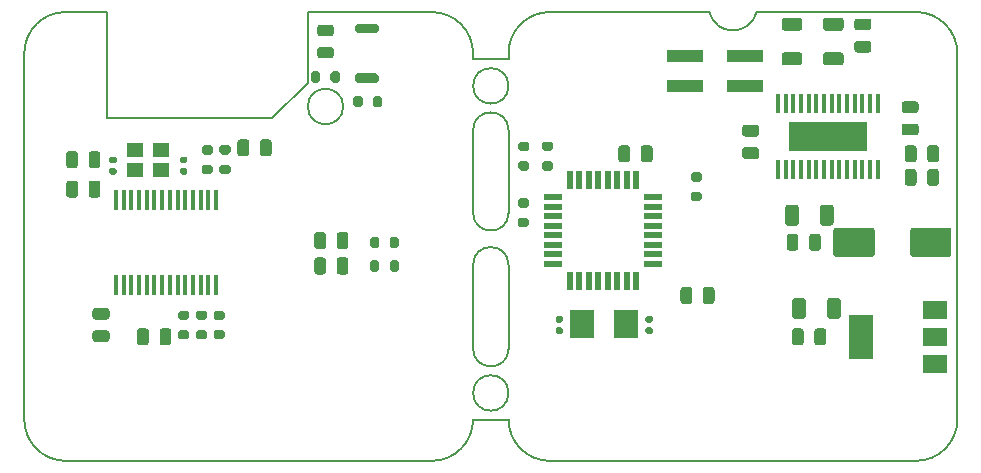
<source format=gbr>
%TF.GenerationSoftware,KiCad,Pcbnew,(5.1.8-0-10_14)*%
%TF.CreationDate,2021-02-10T22:24:42+01:00*%
%TF.ProjectId,ethersweep,65746865-7273-4776-9565-702e6b696361,rev?*%
%TF.SameCoordinates,Original*%
%TF.FileFunction,Paste,Top*%
%TF.FilePolarity,Positive*%
%FSLAX46Y46*%
G04 Gerber Fmt 4.6, Leading zero omitted, Abs format (unit mm)*
G04 Created by KiCad (PCBNEW (5.1.8-0-10_14)) date 2021-02-10 22:24:42*
%MOMM*%
%LPD*%
G01*
G04 APERTURE LIST*
%TA.AperFunction,Profile*%
%ADD10C,0.150000*%
%TD*%
%ADD11C,0.010000*%
%ADD12R,3.150000X1.000000*%
%ADD13R,0.450000X1.750000*%
%ADD14R,0.550000X1.600000*%
%ADD15R,1.600000X0.550000*%
%ADD16R,2.000000X3.800000*%
%ADD17R,2.000000X1.500000*%
%ADD18R,1.400000X1.200000*%
%ADD19R,2.000000X2.400000*%
G04 APERTURE END LIST*
D10*
X163500000Y-98000000D02*
G75*
G02*
X160500000Y-98000000I-1500000J0D01*
G01*
X160500000Y-91000000D02*
G75*
G02*
X163500000Y-91000000I1500000J0D01*
G01*
X163500000Y-98000000D02*
X163500000Y-91000000D01*
X160500000Y-91000000D02*
X160500000Y-98000000D01*
X160500000Y-102400000D02*
G75*
G02*
X163500000Y-102400000I1500000J0D01*
G01*
X160500000Y-102400000D02*
X160500000Y-109500000D01*
X163500000Y-109500000D02*
X163500000Y-102400000D01*
X163500000Y-109500000D02*
G75*
G02*
X160500000Y-109500000I-1500000J0D01*
G01*
X163500000Y-87250000D02*
G75*
G03*
X163500000Y-87250000I-1500000J0D01*
G01*
X163500000Y-113250000D02*
G75*
G03*
X163500000Y-113250000I-1500000J0D01*
G01*
X160500000Y-84500000D02*
X160500000Y-85000000D01*
X163500000Y-84500000D02*
X163500000Y-85000000D01*
X160500000Y-115500000D02*
X163500000Y-115500000D01*
X163500000Y-85000000D02*
X160500000Y-85000000D01*
X149500000Y-89000000D02*
G75*
G03*
X149500000Y-89000000I-1500000J0D01*
G01*
X129500000Y-90000000D02*
X129500000Y-81000000D01*
X126000000Y-81000000D02*
X129500000Y-81000000D01*
X126000000Y-81000000D02*
G75*
G03*
X122500000Y-84500000I0J-3500000D01*
G01*
X146500000Y-81000000D02*
X157000000Y-81000000D01*
X143500000Y-90000000D02*
X129500000Y-90000000D01*
X146500000Y-87000000D02*
X143500000Y-90000000D01*
X146500000Y-81000000D02*
X146500000Y-87000000D01*
X180500000Y-81000000D02*
X167000000Y-81000000D01*
X184500000Y-81000000D02*
X198000000Y-81000000D01*
X184500000Y-81000000D02*
G75*
G02*
X180500000Y-81000000I-2000000J500000D01*
G01*
X163500000Y-84500000D02*
G75*
G02*
X167000000Y-81000000I3500000J0D01*
G01*
X201500000Y-115500000D02*
G75*
G02*
X198000000Y-119000000I-3500000J0D01*
G01*
X167000000Y-119000000D02*
G75*
G02*
X163500000Y-115500000I0J3500000D01*
G01*
X167000000Y-119000000D02*
X198000000Y-119000000D01*
X198000000Y-81000000D02*
G75*
G02*
X201500000Y-84500000I0J-3500000D01*
G01*
X201500000Y-115500000D02*
X201500000Y-84500000D01*
X122500000Y-115500000D02*
X122500000Y-84500000D01*
X160500000Y-84500000D02*
G75*
G03*
X157000000Y-81000000I-3500000J0D01*
G01*
X157000000Y-119000000D02*
G75*
G03*
X160500000Y-115500000I0J3500000D01*
G01*
X122500000Y-115500000D02*
G75*
G03*
X126000000Y-119000000I3500000J0D01*
G01*
X157000000Y-119000000D02*
X126000000Y-119000000D01*
D11*
G36*
X193730000Y-90300000D02*
G01*
X193730000Y-92700000D01*
X187270000Y-92700000D01*
X187270000Y-90300000D01*
X193730000Y-90300000D01*
G37*
X193730000Y-90300000D02*
X193730000Y-92700000D01*
X187270000Y-92700000D01*
X187270000Y-90300000D01*
X193730000Y-90300000D01*
G36*
X194850000Y-87925000D02*
G01*
X194850000Y-89475000D01*
X194600000Y-89475000D01*
X194600000Y-87925000D01*
X194850000Y-87925000D01*
G37*
X194850000Y-87925000D02*
X194850000Y-89475000D01*
X194600000Y-89475000D01*
X194600000Y-87925000D01*
X194850000Y-87925000D01*
G36*
X194850000Y-93525000D02*
G01*
X194850000Y-95075000D01*
X194600000Y-95075000D01*
X194600000Y-93525000D01*
X194850000Y-93525000D01*
G37*
X194850000Y-93525000D02*
X194850000Y-95075000D01*
X194600000Y-95075000D01*
X194600000Y-93525000D01*
X194850000Y-93525000D01*
G36*
X194200000Y-87925000D02*
G01*
X194200000Y-89475000D01*
X193950000Y-89475000D01*
X193950000Y-87925000D01*
X194200000Y-87925000D01*
G37*
X194200000Y-87925000D02*
X194200000Y-89475000D01*
X193950000Y-89475000D01*
X193950000Y-87925000D01*
X194200000Y-87925000D01*
G36*
X194200000Y-93525000D02*
G01*
X194200000Y-95075000D01*
X193950000Y-95075000D01*
X193950000Y-93525000D01*
X194200000Y-93525000D01*
G37*
X194200000Y-93525000D02*
X194200000Y-95075000D01*
X193950000Y-95075000D01*
X193950000Y-93525000D01*
X194200000Y-93525000D01*
G36*
X193550000Y-87925000D02*
G01*
X193550000Y-89475000D01*
X193300000Y-89475000D01*
X193300000Y-87925000D01*
X193550000Y-87925000D01*
G37*
X193550000Y-87925000D02*
X193550000Y-89475000D01*
X193300000Y-89475000D01*
X193300000Y-87925000D01*
X193550000Y-87925000D01*
G36*
X193550000Y-93525000D02*
G01*
X193550000Y-95075000D01*
X193300000Y-95075000D01*
X193300000Y-93525000D01*
X193550000Y-93525000D01*
G37*
X193550000Y-93525000D02*
X193550000Y-95075000D01*
X193300000Y-95075000D01*
X193300000Y-93525000D01*
X193550000Y-93525000D01*
G36*
X192900000Y-87925000D02*
G01*
X192900000Y-89475000D01*
X192650000Y-89475000D01*
X192650000Y-87925000D01*
X192900000Y-87925000D01*
G37*
X192900000Y-87925000D02*
X192900000Y-89475000D01*
X192650000Y-89475000D01*
X192650000Y-87925000D01*
X192900000Y-87925000D01*
G36*
X192900000Y-93525000D02*
G01*
X192900000Y-95075000D01*
X192650000Y-95075000D01*
X192650000Y-93525000D01*
X192900000Y-93525000D01*
G37*
X192900000Y-93525000D02*
X192900000Y-95075000D01*
X192650000Y-95075000D01*
X192650000Y-93525000D01*
X192900000Y-93525000D01*
G36*
X192250000Y-87925000D02*
G01*
X192250000Y-89475000D01*
X192000000Y-89475000D01*
X192000000Y-87925000D01*
X192250000Y-87925000D01*
G37*
X192250000Y-87925000D02*
X192250000Y-89475000D01*
X192000000Y-89475000D01*
X192000000Y-87925000D01*
X192250000Y-87925000D01*
G36*
X192250000Y-93525000D02*
G01*
X192250000Y-95075000D01*
X192000000Y-95075000D01*
X192000000Y-93525000D01*
X192250000Y-93525000D01*
G37*
X192250000Y-93525000D02*
X192250000Y-95075000D01*
X192000000Y-95075000D01*
X192000000Y-93525000D01*
X192250000Y-93525000D01*
G36*
X191600000Y-87925000D02*
G01*
X191600000Y-89475000D01*
X191350000Y-89475000D01*
X191350000Y-87925000D01*
X191600000Y-87925000D01*
G37*
X191600000Y-87925000D02*
X191600000Y-89475000D01*
X191350000Y-89475000D01*
X191350000Y-87925000D01*
X191600000Y-87925000D01*
G36*
X191600000Y-93525000D02*
G01*
X191600000Y-95075000D01*
X191350000Y-95075000D01*
X191350000Y-93525000D01*
X191600000Y-93525000D01*
G37*
X191600000Y-93525000D02*
X191600000Y-95075000D01*
X191350000Y-95075000D01*
X191350000Y-93525000D01*
X191600000Y-93525000D01*
G36*
X190950000Y-87925000D02*
G01*
X190950000Y-89475000D01*
X190700000Y-89475000D01*
X190700000Y-87925000D01*
X190950000Y-87925000D01*
G37*
X190950000Y-87925000D02*
X190950000Y-89475000D01*
X190700000Y-89475000D01*
X190700000Y-87925000D01*
X190950000Y-87925000D01*
G36*
X190950000Y-93525000D02*
G01*
X190950000Y-95075000D01*
X190700000Y-95075000D01*
X190700000Y-93525000D01*
X190950000Y-93525000D01*
G37*
X190950000Y-93525000D02*
X190950000Y-95075000D01*
X190700000Y-95075000D01*
X190700000Y-93525000D01*
X190950000Y-93525000D01*
G36*
X190300000Y-87925000D02*
G01*
X190300000Y-89475000D01*
X190050000Y-89475000D01*
X190050000Y-87925000D01*
X190300000Y-87925000D01*
G37*
X190300000Y-87925000D02*
X190300000Y-89475000D01*
X190050000Y-89475000D01*
X190050000Y-87925000D01*
X190300000Y-87925000D01*
G36*
X189650000Y-87925000D02*
G01*
X189650000Y-89475000D01*
X189400000Y-89475000D01*
X189400000Y-87925000D01*
X189650000Y-87925000D01*
G37*
X189650000Y-87925000D02*
X189650000Y-89475000D01*
X189400000Y-89475000D01*
X189400000Y-87925000D01*
X189650000Y-87925000D01*
G36*
X189000000Y-87925000D02*
G01*
X189000000Y-89475000D01*
X188750000Y-89475000D01*
X188750000Y-87925000D01*
X189000000Y-87925000D01*
G37*
X189000000Y-87925000D02*
X189000000Y-89475000D01*
X188750000Y-89475000D01*
X188750000Y-87925000D01*
X189000000Y-87925000D01*
G36*
X188350000Y-87925000D02*
G01*
X188350000Y-89475000D01*
X188100000Y-89475000D01*
X188100000Y-87925000D01*
X188350000Y-87925000D01*
G37*
X188350000Y-87925000D02*
X188350000Y-89475000D01*
X188100000Y-89475000D01*
X188100000Y-87925000D01*
X188350000Y-87925000D01*
G36*
X187700000Y-87925000D02*
G01*
X187700000Y-89475000D01*
X187450000Y-89475000D01*
X187450000Y-87925000D01*
X187700000Y-87925000D01*
G37*
X187700000Y-87925000D02*
X187700000Y-89475000D01*
X187450000Y-89475000D01*
X187450000Y-87925000D01*
X187700000Y-87925000D01*
G36*
X187050000Y-87925000D02*
G01*
X187050000Y-89475000D01*
X186800000Y-89475000D01*
X186800000Y-87925000D01*
X187050000Y-87925000D01*
G37*
X187050000Y-87925000D02*
X187050000Y-89475000D01*
X186800000Y-89475000D01*
X186800000Y-87925000D01*
X187050000Y-87925000D01*
G36*
X186400000Y-87925000D02*
G01*
X186400000Y-89475000D01*
X186150000Y-89475000D01*
X186150000Y-87925000D01*
X186400000Y-87925000D01*
G37*
X186400000Y-87925000D02*
X186400000Y-89475000D01*
X186150000Y-89475000D01*
X186150000Y-87925000D01*
X186400000Y-87925000D01*
G36*
X190300000Y-93525000D02*
G01*
X190300000Y-95075000D01*
X190050000Y-95075000D01*
X190050000Y-93525000D01*
X190300000Y-93525000D01*
G37*
X190300000Y-93525000D02*
X190300000Y-95075000D01*
X190050000Y-95075000D01*
X190050000Y-93525000D01*
X190300000Y-93525000D01*
G36*
X189650000Y-93525000D02*
G01*
X189650000Y-95075000D01*
X189400000Y-95075000D01*
X189400000Y-93525000D01*
X189650000Y-93525000D01*
G37*
X189650000Y-93525000D02*
X189650000Y-95075000D01*
X189400000Y-95075000D01*
X189400000Y-93525000D01*
X189650000Y-93525000D01*
G36*
X189000000Y-93525000D02*
G01*
X189000000Y-95075000D01*
X188750000Y-95075000D01*
X188750000Y-93525000D01*
X189000000Y-93525000D01*
G37*
X189000000Y-93525000D02*
X189000000Y-95075000D01*
X188750000Y-95075000D01*
X188750000Y-93525000D01*
X189000000Y-93525000D01*
G36*
X188350000Y-93525000D02*
G01*
X188350000Y-95075000D01*
X188100000Y-95075000D01*
X188100000Y-93525000D01*
X188350000Y-93525000D01*
G37*
X188350000Y-93525000D02*
X188350000Y-95075000D01*
X188100000Y-95075000D01*
X188100000Y-93525000D01*
X188350000Y-93525000D01*
G36*
X187700000Y-93525000D02*
G01*
X187700000Y-95075000D01*
X187450000Y-95075000D01*
X187450000Y-93525000D01*
X187700000Y-93525000D01*
G37*
X187700000Y-93525000D02*
X187700000Y-95075000D01*
X187450000Y-95075000D01*
X187450000Y-93525000D01*
X187700000Y-93525000D01*
G36*
X187050000Y-93525000D02*
G01*
X187050000Y-95075000D01*
X186800000Y-95075000D01*
X186800000Y-93525000D01*
X187050000Y-93525000D01*
G37*
X187050000Y-93525000D02*
X187050000Y-95075000D01*
X186800000Y-95075000D01*
X186800000Y-93525000D01*
X187050000Y-93525000D01*
G36*
X186400000Y-93525000D02*
G01*
X186400000Y-95075000D01*
X186150000Y-95075000D01*
X186150000Y-93525000D01*
X186400000Y-93525000D01*
G37*
X186400000Y-93525000D02*
X186400000Y-95075000D01*
X186150000Y-95075000D01*
X186150000Y-93525000D01*
X186400000Y-93525000D01*
G36*
G01*
X174700000Y-93475000D02*
X174700000Y-92525000D01*
G75*
G02*
X174950000Y-92275000I250000J0D01*
G01*
X175450000Y-92275000D01*
G75*
G02*
X175700000Y-92525000I0J-250000D01*
G01*
X175700000Y-93475000D01*
G75*
G02*
X175450000Y-93725000I-250000J0D01*
G01*
X174950000Y-93725000D01*
G75*
G02*
X174700000Y-93475000I0J250000D01*
G01*
G37*
G36*
G01*
X172800000Y-93475000D02*
X172800000Y-92525000D01*
G75*
G02*
X173050000Y-92275000I250000J0D01*
G01*
X173550000Y-92275000D01*
G75*
G02*
X173800000Y-92525000I0J-250000D01*
G01*
X173800000Y-93475000D01*
G75*
G02*
X173550000Y-93725000I-250000J0D01*
G01*
X173050000Y-93725000D01*
G75*
G02*
X172800000Y-93475000I0J250000D01*
G01*
G37*
G36*
G01*
X128950000Y-93025000D02*
X128950000Y-93975000D01*
G75*
G02*
X128700000Y-94225000I-250000J0D01*
G01*
X128200000Y-94225000D01*
G75*
G02*
X127950000Y-93975000I0J250000D01*
G01*
X127950000Y-93025000D01*
G75*
G02*
X128200000Y-92775000I250000J0D01*
G01*
X128700000Y-92775000D01*
G75*
G02*
X128950000Y-93025000I0J-250000D01*
G01*
G37*
G36*
G01*
X127050000Y-93025000D02*
X127050000Y-93975000D01*
G75*
G02*
X126800000Y-94225000I-250000J0D01*
G01*
X126300000Y-94225000D01*
G75*
G02*
X126050000Y-93975000I0J250000D01*
G01*
X126050000Y-93025000D01*
G75*
G02*
X126300000Y-92775000I250000J0D01*
G01*
X126800000Y-92775000D01*
G75*
G02*
X127050000Y-93025000I0J-250000D01*
G01*
G37*
G36*
G01*
X136170000Y-94760000D02*
X135830000Y-94760000D01*
G75*
G02*
X135690000Y-94620000I0J140000D01*
G01*
X135690000Y-94340000D01*
G75*
G02*
X135830000Y-94200000I140000J0D01*
G01*
X136170000Y-94200000D01*
G75*
G02*
X136310000Y-94340000I0J-140000D01*
G01*
X136310000Y-94620000D01*
G75*
G02*
X136170000Y-94760000I-140000J0D01*
G01*
G37*
G36*
G01*
X136170000Y-93800000D02*
X135830000Y-93800000D01*
G75*
G02*
X135690000Y-93660000I0J140000D01*
G01*
X135690000Y-93380000D01*
G75*
G02*
X135830000Y-93240000I140000J0D01*
G01*
X136170000Y-93240000D01*
G75*
G02*
X136310000Y-93380000I0J-140000D01*
G01*
X136310000Y-93660000D01*
G75*
G02*
X136170000Y-93800000I-140000J0D01*
G01*
G37*
G36*
G01*
X130170000Y-93800000D02*
X129830000Y-93800000D01*
G75*
G02*
X129690000Y-93660000I0J140000D01*
G01*
X129690000Y-93380000D01*
G75*
G02*
X129830000Y-93240000I140000J0D01*
G01*
X130170000Y-93240000D01*
G75*
G02*
X130310000Y-93380000I0J-140000D01*
G01*
X130310000Y-93660000D01*
G75*
G02*
X130170000Y-93800000I-140000J0D01*
G01*
G37*
G36*
G01*
X130170000Y-94760000D02*
X129830000Y-94760000D01*
G75*
G02*
X129690000Y-94620000I0J140000D01*
G01*
X129690000Y-94340000D01*
G75*
G02*
X129830000Y-94200000I140000J0D01*
G01*
X130170000Y-94200000D01*
G75*
G02*
X130310000Y-94340000I0J-140000D01*
G01*
X130310000Y-94620000D01*
G75*
G02*
X130170000Y-94760000I-140000J0D01*
G01*
G37*
G36*
G01*
X189950000Y-100025000D02*
X189950000Y-100975000D01*
G75*
G02*
X189700000Y-101225000I-250000J0D01*
G01*
X189200000Y-101225000D01*
G75*
G02*
X188950000Y-100975000I0J250000D01*
G01*
X188950000Y-100025000D01*
G75*
G02*
X189200000Y-99775000I250000J0D01*
G01*
X189700000Y-99775000D01*
G75*
G02*
X189950000Y-100025000I0J-250000D01*
G01*
G37*
G36*
G01*
X188050000Y-100025000D02*
X188050000Y-100975000D01*
G75*
G02*
X187800000Y-101225000I-250000J0D01*
G01*
X187300000Y-101225000D01*
G75*
G02*
X187050000Y-100975000I0J250000D01*
G01*
X187050000Y-100025000D01*
G75*
G02*
X187300000Y-99775000I250000J0D01*
G01*
X187800000Y-99775000D01*
G75*
G02*
X188050000Y-100025000I0J-250000D01*
G01*
G37*
G36*
G01*
X127050000Y-95525000D02*
X127050000Y-96475000D01*
G75*
G02*
X126800000Y-96725000I-250000J0D01*
G01*
X126300000Y-96725000D01*
G75*
G02*
X126050000Y-96475000I0J250000D01*
G01*
X126050000Y-95525000D01*
G75*
G02*
X126300000Y-95275000I250000J0D01*
G01*
X126800000Y-95275000D01*
G75*
G02*
X127050000Y-95525000I0J-250000D01*
G01*
G37*
G36*
G01*
X128950000Y-95525000D02*
X128950000Y-96475000D01*
G75*
G02*
X128700000Y-96725000I-250000J0D01*
G01*
X128200000Y-96725000D01*
G75*
G02*
X127950000Y-96475000I0J250000D01*
G01*
X127950000Y-95525000D01*
G75*
G02*
X128200000Y-95275000I250000J0D01*
G01*
X128700000Y-95275000D01*
G75*
G02*
X128950000Y-95525000I0J-250000D01*
G01*
G37*
G36*
G01*
X167970000Y-107300000D02*
X167630000Y-107300000D01*
G75*
G02*
X167490000Y-107160000I0J140000D01*
G01*
X167490000Y-106880000D01*
G75*
G02*
X167630000Y-106740000I140000J0D01*
G01*
X167970000Y-106740000D01*
G75*
G02*
X168110000Y-106880000I0J-140000D01*
G01*
X168110000Y-107160000D01*
G75*
G02*
X167970000Y-107300000I-140000J0D01*
G01*
G37*
G36*
G01*
X167970000Y-108260000D02*
X167630000Y-108260000D01*
G75*
G02*
X167490000Y-108120000I0J140000D01*
G01*
X167490000Y-107840000D01*
G75*
G02*
X167630000Y-107700000I140000J0D01*
G01*
X167970000Y-107700000D01*
G75*
G02*
X168110000Y-107840000I0J-140000D01*
G01*
X168110000Y-108120000D01*
G75*
G02*
X167970000Y-108260000I-140000J0D01*
G01*
G37*
G36*
G01*
X188500000Y-108025000D02*
X188500000Y-108975000D01*
G75*
G02*
X188250000Y-109225000I-250000J0D01*
G01*
X187750000Y-109225000D01*
G75*
G02*
X187500000Y-108975000I0J250000D01*
G01*
X187500000Y-108025000D01*
G75*
G02*
X187750000Y-107775000I250000J0D01*
G01*
X188250000Y-107775000D01*
G75*
G02*
X188500000Y-108025000I0J-250000D01*
G01*
G37*
G36*
G01*
X190400000Y-108025000D02*
X190400000Y-108975000D01*
G75*
G02*
X190150000Y-109225000I-250000J0D01*
G01*
X189650000Y-109225000D01*
G75*
G02*
X189400000Y-108975000I0J250000D01*
G01*
X189400000Y-108025000D01*
G75*
G02*
X189650000Y-107775000I250000J0D01*
G01*
X190150000Y-107775000D01*
G75*
G02*
X190400000Y-108025000I0J-250000D01*
G01*
G37*
G36*
G01*
X175230000Y-106740000D02*
X175570000Y-106740000D01*
G75*
G02*
X175710000Y-106880000I0J-140000D01*
G01*
X175710000Y-107160000D01*
G75*
G02*
X175570000Y-107300000I-140000J0D01*
G01*
X175230000Y-107300000D01*
G75*
G02*
X175090000Y-107160000I0J140000D01*
G01*
X175090000Y-106880000D01*
G75*
G02*
X175230000Y-106740000I140000J0D01*
G01*
G37*
G36*
G01*
X175230000Y-107700000D02*
X175570000Y-107700000D01*
G75*
G02*
X175710000Y-107840000I0J-140000D01*
G01*
X175710000Y-108120000D01*
G75*
G02*
X175570000Y-108260000I-140000J0D01*
G01*
X175230000Y-108260000D01*
G75*
G02*
X175090000Y-108120000I0J140000D01*
G01*
X175090000Y-107840000D01*
G75*
G02*
X175230000Y-107700000I140000J0D01*
G01*
G37*
G36*
G01*
X178050000Y-105475000D02*
X178050000Y-104525000D01*
G75*
G02*
X178300000Y-104275000I250000J0D01*
G01*
X178800000Y-104275000D01*
G75*
G02*
X179050000Y-104525000I0J-250000D01*
G01*
X179050000Y-105475000D01*
G75*
G02*
X178800000Y-105725000I-250000J0D01*
G01*
X178300000Y-105725000D01*
G75*
G02*
X178050000Y-105475000I0J250000D01*
G01*
G37*
G36*
G01*
X179950000Y-105475000D02*
X179950000Y-104525000D01*
G75*
G02*
X180200000Y-104275000I250000J0D01*
G01*
X180700000Y-104275000D01*
G75*
G02*
X180950000Y-104525000I0J-250000D01*
G01*
X180950000Y-105475000D01*
G75*
G02*
X180700000Y-105725000I-250000J0D01*
G01*
X180200000Y-105725000D01*
G75*
G02*
X179950000Y-105475000I0J250000D01*
G01*
G37*
G36*
G01*
X128525000Y-107950000D02*
X129475000Y-107950000D01*
G75*
G02*
X129725000Y-108200000I0J-250000D01*
G01*
X129725000Y-108700000D01*
G75*
G02*
X129475000Y-108950000I-250000J0D01*
G01*
X128525000Y-108950000D01*
G75*
G02*
X128275000Y-108700000I0J250000D01*
G01*
X128275000Y-108200000D01*
G75*
G02*
X128525000Y-107950000I250000J0D01*
G01*
G37*
G36*
G01*
X128525000Y-106050000D02*
X129475000Y-106050000D01*
G75*
G02*
X129725000Y-106300000I0J-250000D01*
G01*
X129725000Y-106800000D01*
G75*
G02*
X129475000Y-107050000I-250000J0D01*
G01*
X128525000Y-107050000D01*
G75*
G02*
X128275000Y-106800000I0J250000D01*
G01*
X128275000Y-106300000D01*
G75*
G02*
X128525000Y-106050000I250000J0D01*
G01*
G37*
G36*
G01*
X142450000Y-92975000D02*
X142450000Y-92025000D01*
G75*
G02*
X142700000Y-91775000I250000J0D01*
G01*
X143200000Y-91775000D01*
G75*
G02*
X143450000Y-92025000I0J-250000D01*
G01*
X143450000Y-92975000D01*
G75*
G02*
X143200000Y-93225000I-250000J0D01*
G01*
X142700000Y-93225000D01*
G75*
G02*
X142450000Y-92975000I0J250000D01*
G01*
G37*
G36*
G01*
X140550000Y-92975000D02*
X140550000Y-92025000D01*
G75*
G02*
X140800000Y-91775000I250000J0D01*
G01*
X141300000Y-91775000D01*
G75*
G02*
X141550000Y-92025000I0J-250000D01*
G01*
X141550000Y-92975000D01*
G75*
G02*
X141300000Y-93225000I-250000J0D01*
G01*
X140800000Y-93225000D01*
G75*
G02*
X140550000Y-92975000I0J250000D01*
G01*
G37*
G36*
G01*
X134950000Y-108025000D02*
X134950000Y-108975000D01*
G75*
G02*
X134700000Y-109225000I-250000J0D01*
G01*
X134200000Y-109225000D01*
G75*
G02*
X133950000Y-108975000I0J250000D01*
G01*
X133950000Y-108025000D01*
G75*
G02*
X134200000Y-107775000I250000J0D01*
G01*
X134700000Y-107775000D01*
G75*
G02*
X134950000Y-108025000I0J-250000D01*
G01*
G37*
G36*
G01*
X133050000Y-108025000D02*
X133050000Y-108975000D01*
G75*
G02*
X132800000Y-109225000I-250000J0D01*
G01*
X132300000Y-109225000D01*
G75*
G02*
X132050000Y-108975000I0J250000D01*
G01*
X132050000Y-108025000D01*
G75*
G02*
X132300000Y-107775000I250000J0D01*
G01*
X132800000Y-107775000D01*
G75*
G02*
X133050000Y-108025000I0J-250000D01*
G01*
G37*
G36*
G01*
X148950000Y-102975000D02*
X148950000Y-102025000D01*
G75*
G02*
X149200000Y-101775000I250000J0D01*
G01*
X149700000Y-101775000D01*
G75*
G02*
X149950000Y-102025000I0J-250000D01*
G01*
X149950000Y-102975000D01*
G75*
G02*
X149700000Y-103225000I-250000J0D01*
G01*
X149200000Y-103225000D01*
G75*
G02*
X148950000Y-102975000I0J250000D01*
G01*
G37*
G36*
G01*
X147050000Y-102975000D02*
X147050000Y-102025000D01*
G75*
G02*
X147300000Y-101775000I250000J0D01*
G01*
X147800000Y-101775000D01*
G75*
G02*
X148050000Y-102025000I0J-250000D01*
G01*
X148050000Y-102975000D01*
G75*
G02*
X147800000Y-103225000I-250000J0D01*
G01*
X147300000Y-103225000D01*
G75*
G02*
X147050000Y-102975000I0J250000D01*
G01*
G37*
G36*
G01*
X147050000Y-100830001D02*
X147050000Y-99880001D01*
G75*
G02*
X147300000Y-99630001I250000J0D01*
G01*
X147800000Y-99630001D01*
G75*
G02*
X148050000Y-99880001I0J-250000D01*
G01*
X148050000Y-100830001D01*
G75*
G02*
X147800000Y-101080001I-250000J0D01*
G01*
X147300000Y-101080001D01*
G75*
G02*
X147050000Y-100830001I0J250000D01*
G01*
G37*
G36*
G01*
X148950000Y-100830001D02*
X148950000Y-99880001D01*
G75*
G02*
X149200000Y-99630001I250000J0D01*
G01*
X149700000Y-99630001D01*
G75*
G02*
X149950000Y-99880001I0J-250000D01*
G01*
X149950000Y-100830001D01*
G75*
G02*
X149700000Y-101080001I-250000J0D01*
G01*
X149200000Y-101080001D01*
G75*
G02*
X148950000Y-100830001I0J250000D01*
G01*
G37*
G36*
G01*
X197975000Y-91450000D02*
X197025000Y-91450000D01*
G75*
G02*
X196775000Y-91200000I0J250000D01*
G01*
X196775000Y-90700000D01*
G75*
G02*
X197025000Y-90450000I250000J0D01*
G01*
X197975000Y-90450000D01*
G75*
G02*
X198225000Y-90700000I0J-250000D01*
G01*
X198225000Y-91200000D01*
G75*
G02*
X197975000Y-91450000I-250000J0D01*
G01*
G37*
G36*
G01*
X197975000Y-89550000D02*
X197025000Y-89550000D01*
G75*
G02*
X196775000Y-89300000I0J250000D01*
G01*
X196775000Y-88800000D01*
G75*
G02*
X197025000Y-88550000I250000J0D01*
G01*
X197975000Y-88550000D01*
G75*
G02*
X198225000Y-88800000I0J-250000D01*
G01*
X198225000Y-89300000D01*
G75*
G02*
X197975000Y-89550000I-250000J0D01*
G01*
G37*
G36*
G01*
X193975000Y-84450000D02*
X193025000Y-84450000D01*
G75*
G02*
X192775000Y-84200000I0J250000D01*
G01*
X192775000Y-83700000D01*
G75*
G02*
X193025000Y-83450000I250000J0D01*
G01*
X193975000Y-83450000D01*
G75*
G02*
X194225000Y-83700000I0J-250000D01*
G01*
X194225000Y-84200000D01*
G75*
G02*
X193975000Y-84450000I-250000J0D01*
G01*
G37*
G36*
G01*
X193975000Y-82550000D02*
X193025000Y-82550000D01*
G75*
G02*
X192775000Y-82300000I0J250000D01*
G01*
X192775000Y-81800000D01*
G75*
G02*
X193025000Y-81550000I250000J0D01*
G01*
X193975000Y-81550000D01*
G75*
G02*
X194225000Y-81800000I0J-250000D01*
G01*
X194225000Y-82300000D01*
G75*
G02*
X193975000Y-82550000I-250000J0D01*
G01*
G37*
G36*
G01*
X191000000Y-101500000D02*
X191000000Y-99500000D01*
G75*
G02*
X191250000Y-99250000I250000J0D01*
G01*
X194250000Y-99250000D01*
G75*
G02*
X194500000Y-99500000I0J-250000D01*
G01*
X194500000Y-101500000D01*
G75*
G02*
X194250000Y-101750000I-250000J0D01*
G01*
X191250000Y-101750000D01*
G75*
G02*
X191000000Y-101500000I0J250000D01*
G01*
G37*
G36*
G01*
X197500000Y-101500000D02*
X197500000Y-99500000D01*
G75*
G02*
X197750000Y-99250000I250000J0D01*
G01*
X200750000Y-99250000D01*
G75*
G02*
X201000000Y-99500000I0J-250000D01*
G01*
X201000000Y-101500000D01*
G75*
G02*
X200750000Y-101750000I-250000J0D01*
G01*
X197750000Y-101750000D01*
G75*
G02*
X197500000Y-101500000I0J250000D01*
G01*
G37*
G36*
G01*
X184475000Y-91550000D02*
X183525000Y-91550000D01*
G75*
G02*
X183275000Y-91300000I0J250000D01*
G01*
X183275000Y-90800000D01*
G75*
G02*
X183525000Y-90550000I250000J0D01*
G01*
X184475000Y-90550000D01*
G75*
G02*
X184725000Y-90800000I0J-250000D01*
G01*
X184725000Y-91300000D01*
G75*
G02*
X184475000Y-91550000I-250000J0D01*
G01*
G37*
G36*
G01*
X184475000Y-93450000D02*
X183525000Y-93450000D01*
G75*
G02*
X183275000Y-93200000I0J250000D01*
G01*
X183275000Y-92700000D01*
G75*
G02*
X183525000Y-92450000I250000J0D01*
G01*
X184475000Y-92450000D01*
G75*
G02*
X184725000Y-92700000I0J-250000D01*
G01*
X184725000Y-93200000D01*
G75*
G02*
X184475000Y-93450000I-250000J0D01*
G01*
G37*
G36*
G01*
X198950000Y-95475000D02*
X198950000Y-94525000D01*
G75*
G02*
X199200000Y-94275000I250000J0D01*
G01*
X199700000Y-94275000D01*
G75*
G02*
X199950000Y-94525000I0J-250000D01*
G01*
X199950000Y-95475000D01*
G75*
G02*
X199700000Y-95725000I-250000J0D01*
G01*
X199200000Y-95725000D01*
G75*
G02*
X198950000Y-95475000I0J250000D01*
G01*
G37*
G36*
G01*
X197050000Y-95475000D02*
X197050000Y-94525000D01*
G75*
G02*
X197300000Y-94275000I250000J0D01*
G01*
X197800000Y-94275000D01*
G75*
G02*
X198050000Y-94525000I0J-250000D01*
G01*
X198050000Y-95475000D01*
G75*
G02*
X197800000Y-95725000I-250000J0D01*
G01*
X197300000Y-95725000D01*
G75*
G02*
X197050000Y-95475000I0J250000D01*
G01*
G37*
G36*
G01*
X197050000Y-93475000D02*
X197050000Y-92525000D01*
G75*
G02*
X197300000Y-92275000I250000J0D01*
G01*
X197800000Y-92275000D01*
G75*
G02*
X198050000Y-92525000I0J-250000D01*
G01*
X198050000Y-93475000D01*
G75*
G02*
X197800000Y-93725000I-250000J0D01*
G01*
X197300000Y-93725000D01*
G75*
G02*
X197050000Y-93475000I0J250000D01*
G01*
G37*
G36*
G01*
X198950000Y-93475000D02*
X198950000Y-92525000D01*
G75*
G02*
X199200000Y-92275000I250000J0D01*
G01*
X199700000Y-92275000D01*
G75*
G02*
X199950000Y-92525000I0J-250000D01*
G01*
X199950000Y-93475000D01*
G75*
G02*
X199700000Y-93725000I-250000J0D01*
G01*
X199200000Y-93725000D01*
G75*
G02*
X198950000Y-93475000I0J250000D01*
G01*
G37*
G36*
G01*
X147543750Y-82075000D02*
X148456250Y-82075000D01*
G75*
G02*
X148700000Y-82318750I0J-243750D01*
G01*
X148700000Y-82806250D01*
G75*
G02*
X148456250Y-83050000I-243750J0D01*
G01*
X147543750Y-83050000D01*
G75*
G02*
X147300000Y-82806250I0J243750D01*
G01*
X147300000Y-82318750D01*
G75*
G02*
X147543750Y-82075000I243750J0D01*
G01*
G37*
G36*
G01*
X147543750Y-83950000D02*
X148456250Y-83950000D01*
G75*
G02*
X148700000Y-84193750I0J-243750D01*
G01*
X148700000Y-84681250D01*
G75*
G02*
X148456250Y-84925000I-243750J0D01*
G01*
X147543750Y-84925000D01*
G75*
G02*
X147300000Y-84681250I0J243750D01*
G01*
X147300000Y-84193750D01*
G75*
G02*
X147543750Y-83950000I243750J0D01*
G01*
G37*
D12*
X178475000Y-84730000D03*
X183525000Y-84730000D03*
X178475000Y-87270000D03*
X183525000Y-87270000D03*
G36*
G01*
X139275000Y-107075000D02*
X138725000Y-107075000D01*
G75*
G02*
X138525000Y-106875000I0J200000D01*
G01*
X138525000Y-106475000D01*
G75*
G02*
X138725000Y-106275000I200000J0D01*
G01*
X139275000Y-106275000D01*
G75*
G02*
X139475000Y-106475000I0J-200000D01*
G01*
X139475000Y-106875000D01*
G75*
G02*
X139275000Y-107075000I-200000J0D01*
G01*
G37*
G36*
G01*
X139275000Y-108725000D02*
X138725000Y-108725000D01*
G75*
G02*
X138525000Y-108525000I0J200000D01*
G01*
X138525000Y-108125000D01*
G75*
G02*
X138725000Y-107925000I200000J0D01*
G01*
X139275000Y-107925000D01*
G75*
G02*
X139475000Y-108125000I0J-200000D01*
G01*
X139475000Y-108525000D01*
G75*
G02*
X139275000Y-108725000I-200000J0D01*
G01*
G37*
G36*
G01*
X152575000Y-102225000D02*
X152575000Y-102775000D01*
G75*
G02*
X152375000Y-102975000I-200000J0D01*
G01*
X151975000Y-102975000D01*
G75*
G02*
X151775000Y-102775000I0J200000D01*
G01*
X151775000Y-102225000D01*
G75*
G02*
X151975000Y-102025000I200000J0D01*
G01*
X152375000Y-102025000D01*
G75*
G02*
X152575000Y-102225000I0J-200000D01*
G01*
G37*
G36*
G01*
X154225000Y-102225000D02*
X154225000Y-102775000D01*
G75*
G02*
X154025000Y-102975000I-200000J0D01*
G01*
X153625000Y-102975000D01*
G75*
G02*
X153425000Y-102775000I0J200000D01*
G01*
X153425000Y-102225000D01*
G75*
G02*
X153625000Y-102025000I200000J0D01*
G01*
X154025000Y-102025000D01*
G75*
G02*
X154225000Y-102225000I0J-200000D01*
G01*
G37*
G36*
G01*
X154225000Y-100225000D02*
X154225000Y-100775000D01*
G75*
G02*
X154025000Y-100975000I-200000J0D01*
G01*
X153625000Y-100975000D01*
G75*
G02*
X153425000Y-100775000I0J200000D01*
G01*
X153425000Y-100225000D01*
G75*
G02*
X153625000Y-100025000I200000J0D01*
G01*
X154025000Y-100025000D01*
G75*
G02*
X154225000Y-100225000I0J-200000D01*
G01*
G37*
G36*
G01*
X152575000Y-100225000D02*
X152575000Y-100775000D01*
G75*
G02*
X152375000Y-100975000I-200000J0D01*
G01*
X151975000Y-100975000D01*
G75*
G02*
X151775000Y-100775000I0J200000D01*
G01*
X151775000Y-100225000D01*
G75*
G02*
X151975000Y-100025000I200000J0D01*
G01*
X152375000Y-100025000D01*
G75*
G02*
X152575000Y-100225000I0J-200000D01*
G01*
G37*
G36*
G01*
X139225000Y-93925000D02*
X139775000Y-93925000D01*
G75*
G02*
X139975000Y-94125000I0J-200000D01*
G01*
X139975000Y-94525000D01*
G75*
G02*
X139775000Y-94725000I-200000J0D01*
G01*
X139225000Y-94725000D01*
G75*
G02*
X139025000Y-94525000I0J200000D01*
G01*
X139025000Y-94125000D01*
G75*
G02*
X139225000Y-93925000I200000J0D01*
G01*
G37*
G36*
G01*
X139225000Y-92275000D02*
X139775000Y-92275000D01*
G75*
G02*
X139975000Y-92475000I0J-200000D01*
G01*
X139975000Y-92875000D01*
G75*
G02*
X139775000Y-93075000I-200000J0D01*
G01*
X139225000Y-93075000D01*
G75*
G02*
X139025000Y-92875000I0J200000D01*
G01*
X139025000Y-92475000D01*
G75*
G02*
X139225000Y-92275000I200000J0D01*
G01*
G37*
G36*
G01*
X137725000Y-92275000D02*
X138275000Y-92275000D01*
G75*
G02*
X138475000Y-92475000I0J-200000D01*
G01*
X138475000Y-92875000D01*
G75*
G02*
X138275000Y-93075000I-200000J0D01*
G01*
X137725000Y-93075000D01*
G75*
G02*
X137525000Y-92875000I0J200000D01*
G01*
X137525000Y-92475000D01*
G75*
G02*
X137725000Y-92275000I200000J0D01*
G01*
G37*
G36*
G01*
X137725000Y-93925000D02*
X138275000Y-93925000D01*
G75*
G02*
X138475000Y-94125000I0J-200000D01*
G01*
X138475000Y-94525000D01*
G75*
G02*
X138275000Y-94725000I-200000J0D01*
G01*
X137725000Y-94725000D01*
G75*
G02*
X137525000Y-94525000I0J200000D01*
G01*
X137525000Y-94125000D01*
G75*
G02*
X137725000Y-93925000I200000J0D01*
G01*
G37*
G36*
G01*
X136275000Y-107075000D02*
X135725000Y-107075000D01*
G75*
G02*
X135525000Y-106875000I0J200000D01*
G01*
X135525000Y-106475000D01*
G75*
G02*
X135725000Y-106275000I200000J0D01*
G01*
X136275000Y-106275000D01*
G75*
G02*
X136475000Y-106475000I0J-200000D01*
G01*
X136475000Y-106875000D01*
G75*
G02*
X136275000Y-107075000I-200000J0D01*
G01*
G37*
G36*
G01*
X136275000Y-108725000D02*
X135725000Y-108725000D01*
G75*
G02*
X135525000Y-108525000I0J200000D01*
G01*
X135525000Y-108125000D01*
G75*
G02*
X135725000Y-107925000I200000J0D01*
G01*
X136275000Y-107925000D01*
G75*
G02*
X136475000Y-108125000I0J-200000D01*
G01*
X136475000Y-108525000D01*
G75*
G02*
X136275000Y-108725000I-200000J0D01*
G01*
G37*
G36*
G01*
X137775000Y-108725000D02*
X137225000Y-108725000D01*
G75*
G02*
X137025000Y-108525000I0J200000D01*
G01*
X137025000Y-108125000D01*
G75*
G02*
X137225000Y-107925000I200000J0D01*
G01*
X137775000Y-107925000D01*
G75*
G02*
X137975000Y-108125000I0J-200000D01*
G01*
X137975000Y-108525000D01*
G75*
G02*
X137775000Y-108725000I-200000J0D01*
G01*
G37*
G36*
G01*
X137775000Y-107075000D02*
X137225000Y-107075000D01*
G75*
G02*
X137025000Y-106875000I0J200000D01*
G01*
X137025000Y-106475000D01*
G75*
G02*
X137225000Y-106275000I200000J0D01*
G01*
X137775000Y-106275000D01*
G75*
G02*
X137975000Y-106475000I0J-200000D01*
G01*
X137975000Y-106875000D01*
G75*
G02*
X137775000Y-107075000I-200000J0D01*
G01*
G37*
G36*
G01*
X191625002Y-82600000D02*
X190374998Y-82600000D01*
G75*
G02*
X190125000Y-82350002I0J249998D01*
G01*
X190125000Y-81724998D01*
G75*
G02*
X190374998Y-81475000I249998J0D01*
G01*
X191625002Y-81475000D01*
G75*
G02*
X191875000Y-81724998I0J-249998D01*
G01*
X191875000Y-82350002D01*
G75*
G02*
X191625002Y-82600000I-249998J0D01*
G01*
G37*
G36*
G01*
X191625002Y-85525000D02*
X190374998Y-85525000D01*
G75*
G02*
X190125000Y-85275002I0J249998D01*
G01*
X190125000Y-84649998D01*
G75*
G02*
X190374998Y-84400000I249998J0D01*
G01*
X191625002Y-84400000D01*
G75*
G02*
X191875000Y-84649998I0J-249998D01*
G01*
X191875000Y-85275002D01*
G75*
G02*
X191625002Y-85525000I-249998J0D01*
G01*
G37*
G36*
G01*
X188125002Y-85525000D02*
X186874998Y-85525000D01*
G75*
G02*
X186625000Y-85275002I0J249998D01*
G01*
X186625000Y-84649998D01*
G75*
G02*
X186874998Y-84400000I249998J0D01*
G01*
X188125002Y-84400000D01*
G75*
G02*
X188375000Y-84649998I0J-249998D01*
G01*
X188375000Y-85275002D01*
G75*
G02*
X188125002Y-85525000I-249998J0D01*
G01*
G37*
G36*
G01*
X188125002Y-82600000D02*
X186874998Y-82600000D01*
G75*
G02*
X186625000Y-82350002I0J249998D01*
G01*
X186625000Y-81724998D01*
G75*
G02*
X186874998Y-81475000I249998J0D01*
G01*
X188125002Y-81475000D01*
G75*
G02*
X188375000Y-81724998I0J-249998D01*
G01*
X188375000Y-82350002D01*
G75*
G02*
X188125002Y-82600000I-249998J0D01*
G01*
G37*
G36*
G01*
X149225000Y-86225000D02*
X149225000Y-86775000D01*
G75*
G02*
X149025000Y-86975000I-200000J0D01*
G01*
X148625000Y-86975000D01*
G75*
G02*
X148425000Y-86775000I0J200000D01*
G01*
X148425000Y-86225000D01*
G75*
G02*
X148625000Y-86025000I200000J0D01*
G01*
X149025000Y-86025000D01*
G75*
G02*
X149225000Y-86225000I0J-200000D01*
G01*
G37*
G36*
G01*
X147575000Y-86225000D02*
X147575000Y-86775000D01*
G75*
G02*
X147375000Y-86975000I-200000J0D01*
G01*
X146975000Y-86975000D01*
G75*
G02*
X146775000Y-86775000I0J200000D01*
G01*
X146775000Y-86225000D01*
G75*
G02*
X146975000Y-86025000I200000J0D01*
G01*
X147375000Y-86025000D01*
G75*
G02*
X147575000Y-86225000I0J-200000D01*
G01*
G37*
G36*
G01*
X152300000Y-82800000D02*
X150700000Y-82800000D01*
G75*
G02*
X150500000Y-82600000I0J200000D01*
G01*
X150500000Y-82200000D01*
G75*
G02*
X150700000Y-82000000I200000J0D01*
G01*
X152300000Y-82000000D01*
G75*
G02*
X152500000Y-82200000I0J-200000D01*
G01*
X152500000Y-82600000D01*
G75*
G02*
X152300000Y-82800000I-200000J0D01*
G01*
G37*
G36*
G01*
X152300000Y-87000000D02*
X150700000Y-87000000D01*
G75*
G02*
X150500000Y-86800000I0J200000D01*
G01*
X150500000Y-86400000D01*
G75*
G02*
X150700000Y-86200000I200000J0D01*
G01*
X152300000Y-86200000D01*
G75*
G02*
X152500000Y-86400000I0J-200000D01*
G01*
X152500000Y-86800000D01*
G75*
G02*
X152300000Y-87000000I-200000J0D01*
G01*
G37*
D13*
X130275000Y-104100000D03*
X130925000Y-104100000D03*
X131575000Y-104100000D03*
X132225000Y-104100000D03*
X132875000Y-104100000D03*
X133525000Y-104100000D03*
X134175000Y-104100000D03*
X134825000Y-104100000D03*
X135475000Y-104100000D03*
X136125000Y-104100000D03*
X136775000Y-104100000D03*
X137425000Y-104100000D03*
X138075000Y-104100000D03*
X138725000Y-104100000D03*
X138725000Y-96900000D03*
X138075000Y-96900000D03*
X137425000Y-96900000D03*
X136775000Y-96900000D03*
X136125000Y-96900000D03*
X135475000Y-96900000D03*
X134825000Y-96900000D03*
X134175000Y-96900000D03*
X133525000Y-96900000D03*
X132875000Y-96900000D03*
X132225000Y-96900000D03*
X131575000Y-96900000D03*
X130925000Y-96900000D03*
X130275000Y-96900000D03*
D14*
X168700000Y-103750000D03*
X169500000Y-103750000D03*
X170300000Y-103750000D03*
X171100000Y-103750000D03*
X171900000Y-103750000D03*
X172700000Y-103750000D03*
X173500000Y-103750000D03*
X174300000Y-103750000D03*
D15*
X175750000Y-102300000D03*
X175750000Y-101500000D03*
X175750000Y-100700000D03*
X175750000Y-99900000D03*
X175750000Y-99100000D03*
X175750000Y-98300000D03*
X175750000Y-97500000D03*
X175750000Y-96700000D03*
D14*
X174300000Y-95250000D03*
X173500000Y-95250000D03*
X172700000Y-95250000D03*
X171900000Y-95250000D03*
X171100000Y-95250000D03*
X170300000Y-95250000D03*
X169500000Y-95250000D03*
X168700000Y-95250000D03*
D15*
X167250000Y-96700000D03*
X167250000Y-97500000D03*
X167250000Y-98300000D03*
X167250000Y-99100000D03*
X167250000Y-99900000D03*
X167250000Y-100700000D03*
X167250000Y-101500000D03*
X167250000Y-102300000D03*
D16*
X193350000Y-108500000D03*
D17*
X199650000Y-108500000D03*
X199650000Y-106200000D03*
X199650000Y-110800000D03*
D18*
X131900000Y-94350000D03*
X134100000Y-94350000D03*
X134100000Y-92650000D03*
X131900000Y-92650000D03*
G36*
G01*
X164475000Y-96775000D02*
X165025000Y-96775000D01*
G75*
G02*
X165225000Y-96975000I0J-200000D01*
G01*
X165225000Y-97375000D01*
G75*
G02*
X165025000Y-97575000I-200000J0D01*
G01*
X164475000Y-97575000D01*
G75*
G02*
X164275000Y-97375000I0J200000D01*
G01*
X164275000Y-96975000D01*
G75*
G02*
X164475000Y-96775000I200000J0D01*
G01*
G37*
G36*
G01*
X164475000Y-98425000D02*
X165025000Y-98425000D01*
G75*
G02*
X165225000Y-98625000I0J-200000D01*
G01*
X165225000Y-99025000D01*
G75*
G02*
X165025000Y-99225000I-200000J0D01*
G01*
X164475000Y-99225000D01*
G75*
G02*
X164275000Y-99025000I0J200000D01*
G01*
X164275000Y-98625000D01*
G75*
G02*
X164475000Y-98425000I200000J0D01*
G01*
G37*
G36*
G01*
X179125000Y-96225000D02*
X179675000Y-96225000D01*
G75*
G02*
X179875000Y-96425000I0J-200000D01*
G01*
X179875000Y-96825000D01*
G75*
G02*
X179675000Y-97025000I-200000J0D01*
G01*
X179125000Y-97025000D01*
G75*
G02*
X178925000Y-96825000I0J200000D01*
G01*
X178925000Y-96425000D01*
G75*
G02*
X179125000Y-96225000I200000J0D01*
G01*
G37*
G36*
G01*
X179125000Y-94575000D02*
X179675000Y-94575000D01*
G75*
G02*
X179875000Y-94775000I0J-200000D01*
G01*
X179875000Y-95175000D01*
G75*
G02*
X179675000Y-95375000I-200000J0D01*
G01*
X179125000Y-95375000D01*
G75*
G02*
X178925000Y-95175000I0J200000D01*
G01*
X178925000Y-94775000D01*
G75*
G02*
X179125000Y-94575000I200000J0D01*
G01*
G37*
G36*
G01*
X165075000Y-92775000D02*
X164525000Y-92775000D01*
G75*
G02*
X164325000Y-92575000I0J200000D01*
G01*
X164325000Y-92175000D01*
G75*
G02*
X164525000Y-91975000I200000J0D01*
G01*
X165075000Y-91975000D01*
G75*
G02*
X165275000Y-92175000I0J-200000D01*
G01*
X165275000Y-92575000D01*
G75*
G02*
X165075000Y-92775000I-200000J0D01*
G01*
G37*
G36*
G01*
X165075000Y-94425000D02*
X164525000Y-94425000D01*
G75*
G02*
X164325000Y-94225000I0J200000D01*
G01*
X164325000Y-93825000D01*
G75*
G02*
X164525000Y-93625000I200000J0D01*
G01*
X165075000Y-93625000D01*
G75*
G02*
X165275000Y-93825000I0J-200000D01*
G01*
X165275000Y-94225000D01*
G75*
G02*
X165075000Y-94425000I-200000J0D01*
G01*
G37*
G36*
G01*
X167075000Y-94425000D02*
X166525000Y-94425000D01*
G75*
G02*
X166325000Y-94225000I0J200000D01*
G01*
X166325000Y-93825000D01*
G75*
G02*
X166525000Y-93625000I200000J0D01*
G01*
X167075000Y-93625000D01*
G75*
G02*
X167275000Y-93825000I0J-200000D01*
G01*
X167275000Y-94225000D01*
G75*
G02*
X167075000Y-94425000I-200000J0D01*
G01*
G37*
G36*
G01*
X167075000Y-92775000D02*
X166525000Y-92775000D01*
G75*
G02*
X166325000Y-92575000I0J200000D01*
G01*
X166325000Y-92175000D01*
G75*
G02*
X166525000Y-91975000I200000J0D01*
G01*
X167075000Y-91975000D01*
G75*
G02*
X167275000Y-92175000I0J-200000D01*
G01*
X167275000Y-92575000D01*
G75*
G02*
X167075000Y-92775000I-200000J0D01*
G01*
G37*
G36*
G01*
X150350000Y-88875000D02*
X150350000Y-88325000D01*
G75*
G02*
X150550000Y-88125000I200000J0D01*
G01*
X150950000Y-88125000D01*
G75*
G02*
X151150000Y-88325000I0J-200000D01*
G01*
X151150000Y-88875000D01*
G75*
G02*
X150950000Y-89075000I-200000J0D01*
G01*
X150550000Y-89075000D01*
G75*
G02*
X150350000Y-88875000I0J200000D01*
G01*
G37*
G36*
G01*
X152000000Y-88875000D02*
X152000000Y-88325000D01*
G75*
G02*
X152200000Y-88125000I200000J0D01*
G01*
X152600000Y-88125000D01*
G75*
G02*
X152800000Y-88325000I0J-200000D01*
G01*
X152800000Y-88875000D01*
G75*
G02*
X152600000Y-89075000I-200000J0D01*
G01*
X152200000Y-89075000D01*
G75*
G02*
X152000000Y-88875000I0J200000D01*
G01*
G37*
D19*
X173450000Y-107400000D03*
X169750000Y-107400000D03*
G36*
G01*
X188075000Y-97549999D02*
X188075000Y-98850001D01*
G75*
G02*
X187825001Y-99100000I-249999J0D01*
G01*
X187174999Y-99100000D01*
G75*
G02*
X186925000Y-98850001I0J249999D01*
G01*
X186925000Y-97549999D01*
G75*
G02*
X187174999Y-97300000I249999J0D01*
G01*
X187825001Y-97300000D01*
G75*
G02*
X188075000Y-97549999I0J-249999D01*
G01*
G37*
G36*
G01*
X191025000Y-97549999D02*
X191025000Y-98850001D01*
G75*
G02*
X190775001Y-99100000I-249999J0D01*
G01*
X190124999Y-99100000D01*
G75*
G02*
X189875000Y-98850001I0J249999D01*
G01*
X189875000Y-97549999D01*
G75*
G02*
X190124999Y-97300000I249999J0D01*
G01*
X190775001Y-97300000D01*
G75*
G02*
X191025000Y-97549999I0J-249999D01*
G01*
G37*
G36*
G01*
X191625000Y-105449999D02*
X191625000Y-106750001D01*
G75*
G02*
X191375001Y-107000000I-249999J0D01*
G01*
X190724999Y-107000000D01*
G75*
G02*
X190475000Y-106750001I0J249999D01*
G01*
X190475000Y-105449999D01*
G75*
G02*
X190724999Y-105200000I249999J0D01*
G01*
X191375001Y-105200000D01*
G75*
G02*
X191625000Y-105449999I0J-249999D01*
G01*
G37*
G36*
G01*
X188675000Y-105449999D02*
X188675000Y-106750001D01*
G75*
G02*
X188425001Y-107000000I-249999J0D01*
G01*
X187774999Y-107000000D01*
G75*
G02*
X187525000Y-106750001I0J249999D01*
G01*
X187525000Y-105449999D01*
G75*
G02*
X187774999Y-105200000I249999J0D01*
G01*
X188425001Y-105200000D01*
G75*
G02*
X188675000Y-105449999I0J-249999D01*
G01*
G37*
M02*

</source>
